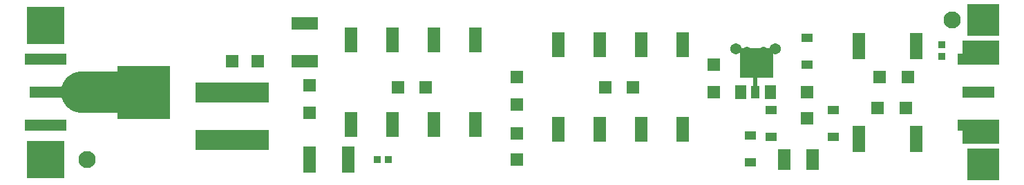
<source format=gts>
*%FSLAX24Y24*%
*%MOIN*%
G01*
%ADD11C,0.0000*%
%ADD12C,0.0050*%
%ADD13C,0.0060*%
%ADD14C,0.0073*%
%ADD15C,0.0080*%
%ADD16C,0.0098*%
%ADD17C,0.0100*%
%ADD18C,0.0120*%
%ADD19C,0.0160*%
%ADD20C,0.0200*%
%ADD21C,0.0200*%
%ADD22C,0.0240*%
%ADD23C,0.0250*%
%ADD24C,0.0300*%
%ADD25C,0.0300*%
%ADD26C,0.0340*%
%ADD27C,0.0360*%
%ADD28C,0.0394*%
%ADD29C,0.0400*%
%ADD30C,0.0434*%
%ADD31C,0.0440*%
%ADD32C,0.0500*%
%ADD33C,0.0500*%
%ADD34C,0.0540*%
%ADD35C,0.0600*%
%ADD36C,0.0680*%
%ADD37C,0.0700*%
%ADD38C,0.0750*%
%ADD39C,0.0790*%
%ADD40C,0.0827*%
%ADD41C,0.1000*%
%ADD42C,0.1250*%
%ADD43C,0.1450*%
%ADD44C,0.2000*%
%ADD45C,0.2250*%
%ADD46R,0.0200X0.0200*%
%ADD47R,0.0200X0.0500*%
%ADD48R,0.0200X0.0650*%
%ADD49R,0.0200X0.1600*%
%ADD50R,0.0280X0.0600*%
%ADD51R,0.0300X0.0300*%
%ADD52R,0.0300X0.0300*%
%ADD53R,0.0320X0.0560*%
%ADD54R,0.0320X0.0640*%
%ADD55R,0.0340X0.0340*%
%ADD56R,0.0360X0.0600*%
%ADD57R,0.0400X0.0400*%
%ADD58R,0.0400X0.0640*%
%ADD59R,0.0500X0.0400*%
%ADD60R,0.0500X0.0500*%
%ADD61R,0.0500X0.0500*%
%ADD62R,0.0500X0.1200*%
%ADD63R,0.0540X0.0440*%
%ADD64R,0.0540X0.0960*%
%ADD65R,0.0540X0.1140*%
%ADD66R,0.0550X0.0650*%
%ADD67R,0.0591X0.1260*%
%ADD68R,0.0600X0.0600*%
%ADD69R,0.0600X0.0600*%
%ADD70R,0.0600X0.1000*%
%ADD71R,0.0600X0.1200*%
%ADD72R,0.0600X0.1250*%
%ADD73R,0.0631X0.1300*%
%ADD74R,0.0640X0.0640*%
%ADD75R,0.0640X0.1040*%
%ADD76R,0.0640X0.1240*%
%ADD77R,0.0640X0.1290*%
%ADD78R,0.0750X0.0400*%
%ADD79R,0.0800X0.0750*%
%ADD80R,0.0800X0.0800*%
%ADD81R,0.0800X0.1250*%
%ADD82R,0.0850X0.0500*%
%ADD83R,0.0890X0.0540*%
%ADD84R,0.0900X0.0900*%
%ADD85R,0.0940X0.0940*%
%ADD86R,0.1000X0.0500*%
%ADD87R,0.1000X0.1000*%
%ADD88R,0.1040X0.0540*%
%ADD89R,0.1200X0.0500*%
%ADD90R,0.1250X0.0600*%
%ADD91R,0.1290X0.0640*%
%ADD92R,0.1400X0.1400*%
%ADD93R,0.1500X0.0500*%
%ADD94R,0.1500X0.1500*%
%ADD95R,0.1500X0.1500*%
%ADD96R,0.1540X0.0540*%
%ADD97R,0.1540X0.1540*%
%ADD98R,0.1700X0.1700*%
%ADD99R,0.1750X0.1750*%
%ADD100R,0.1790X0.1790*%
%ADD101R,0.1900X0.1900*%
%ADD102R,0.2400X0.1600*%
%ADD103R,0.2500X0.2500*%
%ADD104R,0.2500X0.2500*%
D11*
X73020Y31940D02*
D03*
Y27440D02*
D03*
X70520Y30440D02*
D03*
X71520D02*
D03*
X71020Y28940D02*
D03*
Y27440D02*
D03*
X68270Y26690D02*
D03*
X66770Y28940D02*
D03*
X66020Y26440D02*
D03*
X65770Y30690D02*
D03*
X66020Y31940D02*
D03*
X63770Y30440D02*
D03*
X63520Y28690D02*
D03*
X61020Y26190D02*
D03*
Y28440D02*
D03*
X60020Y32190D02*
D03*
X58520Y29190D02*
D03*
X57520Y27940D02*
D03*
Y32190D02*
D03*
X55520Y27940D02*
D03*
Y32190D02*
D03*
X53520Y27940D02*
D03*
Y32190D02*
D03*
X51520Y29440D02*
D03*
X50520Y31440D02*
D03*
X49520Y26440D02*
D03*
X49270Y29440D02*
D03*
X47520Y30940D02*
D03*
Y27940D02*
D03*
Y32440D02*
D03*
X45520Y27940D02*
D03*
Y32440D02*
D03*
X42770Y30940D02*
D03*
X43520Y32440D02*
D03*
X41520Y27940D02*
D03*
Y29440D02*
D03*
X39270Y30190D02*
D03*
X39770Y28690D02*
D03*
X38270Y32440D02*
D03*
X36770Y28440D02*
D03*
X33020Y27440D02*
D03*
Y31940D02*
D03*
D26*
X62420Y31740D02*
D03*
X61470Y30740D02*
D03*
X62570D02*
D03*
X61470Y31290D02*
D03*
X62570D02*
D03*
X61620Y31740D02*
D03*
D30*
X71520Y33190D02*
D03*
X29770Y26440D02*
D03*
D34*
X62970Y31790D02*
D03*
X61070D02*
D03*
D39*
X29520Y29190D02*
D03*
X30520D02*
D03*
Y30190D02*
D03*
X29520D02*
D03*
D40*
X71520Y33190D02*
D03*
X29770Y26440D02*
D03*
D44*
X29520Y29690D02*
X32520D01*
D47*
X62020Y30390D02*
D03*
D49*
Y30640D02*
D03*
D54*
X62770Y29690D02*
D03*
X61270D02*
D03*
D55*
X71020Y31990D02*
D03*
Y31440D02*
D03*
X44320Y26440D02*
D03*
X43770D02*
D03*
D58*
X62020Y29690D02*
D03*
D63*
X64520Y31040D02*
D03*
Y32340D02*
D03*
X61770Y27590D02*
D03*
Y26290D02*
D03*
X65770Y28840D02*
D03*
Y27540D02*
D03*
X62770D02*
D03*
Y28840D02*
D03*
D66*
X62745Y29715D02*
D03*
X61295D02*
D03*
D73*
X67020Y31940D02*
D03*
X69770D02*
D03*
X67020Y27440D02*
D03*
X69770D02*
D03*
D74*
X69270Y28940D02*
D03*
X67920D02*
D03*
X68020Y30440D02*
D03*
X69370D02*
D03*
X64520Y29690D02*
D03*
Y28440D02*
D03*
X60020Y31040D02*
D03*
Y29690D02*
D03*
X56120Y29940D02*
D03*
X54770D02*
D03*
X50520Y27690D02*
D03*
Y26440D02*
D03*
Y29090D02*
D03*
Y30440D02*
D03*
X46120Y29940D02*
D03*
X44770D02*
D03*
X40520Y28690D02*
D03*
Y30040D02*
D03*
X36770Y31190D02*
D03*
X38020D02*
D03*
D75*
X64770Y26440D02*
D03*
X63420D02*
D03*
D76*
X58520Y31990D02*
D03*
X52520Y27890D02*
D03*
X54520Y31990D02*
D03*
X56520D02*
D03*
X58520Y27890D02*
D03*
X56520D02*
D03*
X54520D02*
D03*
X52520Y31990D02*
D03*
X42520Y32240D02*
D03*
X44520Y28140D02*
D03*
X46520D02*
D03*
X48520D02*
D03*
X46520Y32240D02*
D03*
X44520D02*
D03*
X42520Y28140D02*
D03*
X48520Y32240D02*
D03*
D77*
X40520Y26440D02*
D03*
X42370D02*
D03*
D81*
X62020Y31115D02*
D03*
D03*
D03*
D83*
Y31190D02*
D03*
D85*
X38070Y29690D02*
X35470D01*
Y27390D02*
X38070D01*
D87*
X72520Y31690D02*
X73270D01*
Y27690D02*
X72520D01*
D88*
X27270Y28090D02*
D03*
X28270D02*
D03*
Y31290D02*
D03*
X27270D02*
D03*
X73270D02*
D03*
X72270D02*
D03*
Y28090D02*
D03*
X73270D02*
D03*
D91*
X40270Y31190D02*
D03*
Y33040D02*
D03*
D92*
X61970Y31090D02*
X62170D01*
Y31140D01*
X61970D01*
Y31090D01*
D96*
X27770Y29690D02*
D03*
X72770D02*
D03*
D97*
X73020Y26190D02*
D03*
Y33190D02*
D03*
D100*
X27770Y32940D02*
D03*
Y26440D02*
D03*
D104*
X32500Y29670D02*
X32540D01*
Y29710D01*
X32500D01*
Y29670D01*
D02*
M02*

</source>
